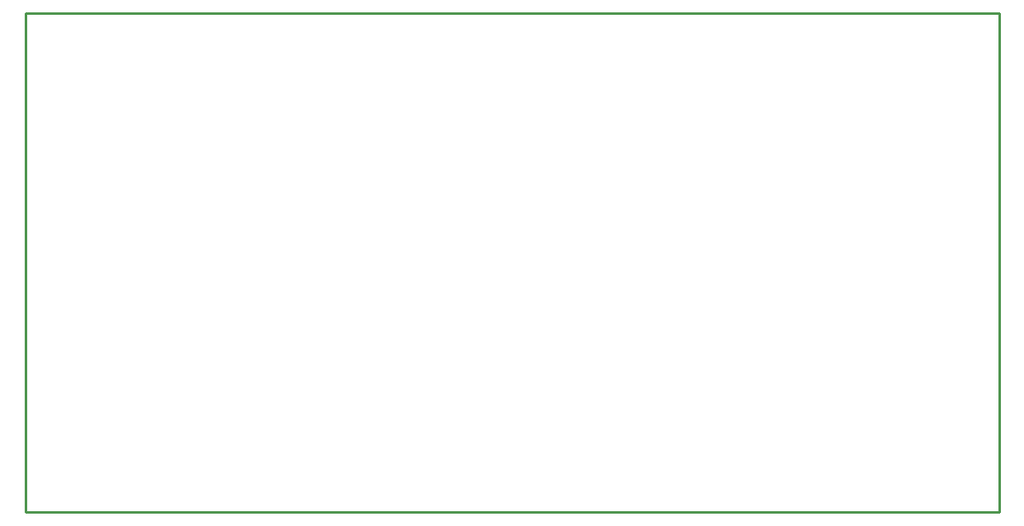
<source format=gko>
G04 Layer: BoardOutlineLayer*
G04 EasyEDA v6.5.22, 2023-05-12 10:20:37*
G04 d26d94e297664bcd9bbc3ef6a8ca1e7a,10*
G04 Gerber Generator version 0.2*
G04 Scale: 100 percent, Rotated: No, Reflected: No *
G04 Dimensions in millimeters *
G04 leading zeros omitted , absolute positions ,4 integer and 5 decimal *
%FSLAX45Y45*%
%MOMM*%

%ADD10C,0.2540*%
D10*
X0Y0D02*
G01*
X9994900Y0D01*
X9994900Y5130800D01*
X0Y5130800D01*
X0Y0D01*

%LPD*%
M02*

</source>
